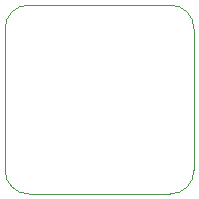
<source format=gbr>
G04 #@! TF.GenerationSoftware,KiCad,Pcbnew,(5.1.4)-1*
G04 #@! TF.CreationDate,2021-04-01T21:41:31+08:00*
G04 #@! TF.ProjectId,ma730,6d613733-302e-46b6-9963-61645f706362,rev?*
G04 #@! TF.SameCoordinates,Original*
G04 #@! TF.FileFunction,Profile,NP*
%FSLAX46Y46*%
G04 Gerber Fmt 4.6, Leading zero omitted, Abs format (unit mm)*
G04 Created by KiCad (PCBNEW (5.1.4)-1) date 2021-04-01 21:41:31*
%MOMM*%
%LPD*%
G04 APERTURE LIST*
%ADD10C,0.050000*%
G04 APERTURE END LIST*
D10*
X104000000Y-99000000D02*
G75*
G02X106000000Y-101000000I0J-2000000D01*
G01*
X106000000Y-113000000D02*
G75*
G02X104000000Y-115000000I-2000000J0D01*
G01*
X92000000Y-115000000D02*
G75*
G02X90000000Y-113000000I0J2000000D01*
G01*
X90000000Y-101000000D02*
G75*
G02X92000000Y-99000000I2000000J0D01*
G01*
X90000000Y-101000000D02*
X90000000Y-113000000D01*
X104000000Y-99000000D02*
X92000000Y-99000000D01*
X106000000Y-113000000D02*
X106000000Y-101000000D01*
X92000000Y-115000000D02*
X104000000Y-115000000D01*
M02*

</source>
